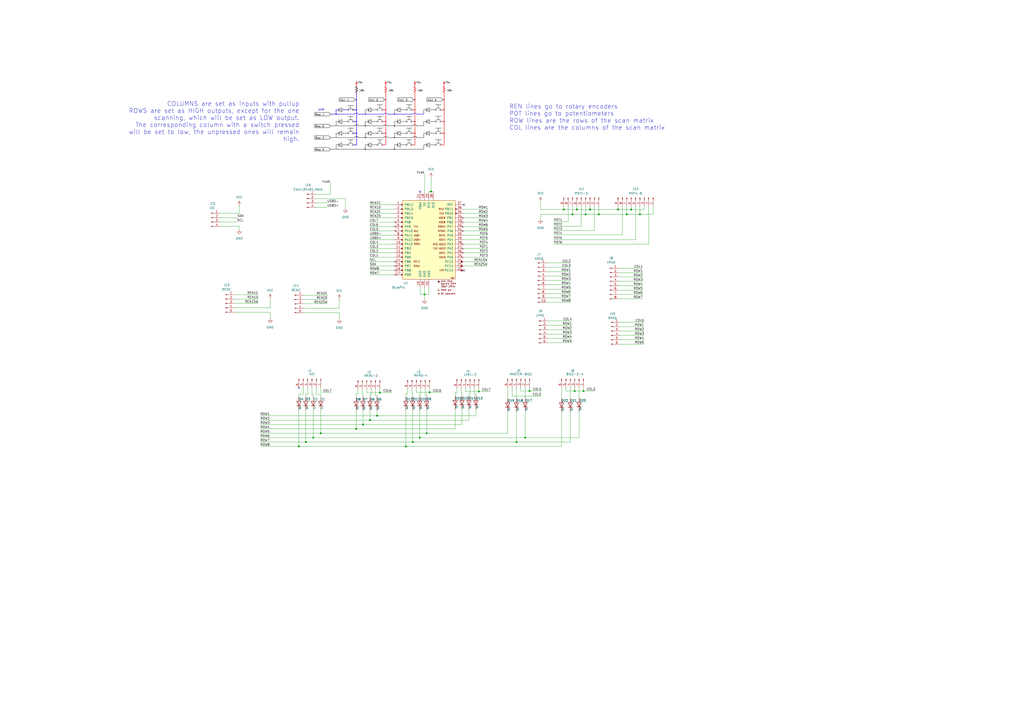
<source format=kicad_sch>
(kicad_sch (version 20211123) (generator eeschema)
  (paper "A2")
  (lib_symbols
    (symbol "Connector:Conn_01x04_Male" (pin_names (offset 1.016) hide)
      (property "Reference" "J" (at 0 5.08 0))
      (property "Value" "Conn_01x04_Male" (at 0 -7.62 0))
      (symbol "Conn_01x04_Male_1_1"
        (pin passive line (at 5.08 2.54 180) (length 3.81) (name "Pin_1") (number "1"))
        (pin passive line (at 5.08 0 180) (length 3.81) (name "Pin_2") (number "2"))
        (pin passive line (at 5.08 -2.54 180) (length 3.81) (name "Pin_3") (number "3"))
        (pin passive line (at 5.08 -5.08 180) (length 3.81) (name "Pin_4") (number "4"))
      )
    )
    (symbol "Connector:Conn_01x05_Male" (pin_names (offset 1.016) hide)
      (property "Reference" "J" (at 0 7.62 0))
      (property "Value" "Conn_01x05_Male" (at 0 -7.62 0))
      (symbol "Conn_01x05_Male_1_1"
        (pin passive line (at 5.08 5.08 180) (length 3.81) (name "Pin_1") (number "1"))
        (pin passive line (at 5.08 2.54 180) (length 3.81) (name "Pin_2") (number "2"))
        (pin passive line (at 5.08 0 180) (length 3.81) (name "Pin_3") (number "3"))
        (pin passive line (at 5.08 -2.54 180) (length 3.81) (name "Pin_4") (number "4"))
        (pin passive line (at 5.08 -5.08 180) (length 3.81) (name "Pin_5") (number "5"))
      )
    )
    (symbol "Connector:Conn_01x06_Male" (pin_names (offset 1.016) hide)
      (property "Reference" "J" (at 0 7.62 0))
      (property "Value" "Conn_01x06_Male" (at 0 -10.16 0))
      (symbol "Conn_01x06_Male_1_1"
        (pin passive line (at 5.08 5.08 180) (length 3.81) (name "Pin_1") (number "1"))
        (pin passive line (at 5.08 2.54 180) (length 3.81) (name "Pin_2") (number "2"))
        (pin passive line (at 5.08 0 180) (length 3.81) (name "Pin_3") (number "3"))
        (pin passive line (at 5.08 -2.54 180) (length 3.81) (name "Pin_4") (number "4"))
        (pin passive line (at 5.08 -5.08 180) (length 3.81) (name "Pin_5") (number "5"))
        (pin passive line (at 5.08 -7.62 180) (length 3.81) (name "Pin_6") (number "6"))
      )
    )
    (symbol "Connector:Conn_01x08_Male" (pin_names (offset 1.016) hide)
      (property "Reference" "J" (at 0 10.16 0))
      (property "Value" "Conn_01x08_Male" (at 0 -12.7 0))
      (symbol "Conn_01x08_Male_1_1"
        (pin passive line (at 5.08 7.62 180) (length 3.81) (name "Pin_1") (number "1"))
        (pin passive line (at 5.08 5.08 180) (length 3.81) (name "Pin_2") (number "2"))
        (pin passive line (at 5.08 2.54 180) (length 3.81) (name "Pin_3") (number "3"))
        (pin passive line (at 5.08 0 180) (length 3.81) (name "Pin_4") (number "4"))
        (pin passive line (at 5.08 -2.54 180) (length 3.81) (name "Pin_5") (number "5"))
        (pin passive line (at 5.08 -5.08 180) (length 3.81) (name "Pin_6") (number "6"))
        (pin passive line (at 5.08 -7.62 180) (length 3.81) (name "Pin_7") (number "7"))
        (pin passive line (at 5.08 -10.16 180) (length 3.81) (name "Pin_8") (number "8"))
      )
    )
    (symbol "Connector:Conn_01x09_Male" (pin_names (offset 1.016) hide)
      (property "Reference" "J" (at 0 12.7 0))
      (property "Value" "Conn_01x09_Male" (at 0 -12.7 0))
      (symbol "Conn_01x09_Male_1_1"
        (pin passive line (at 5.08 10.16 180) (length 3.81) (name "Pin_1") (number "1"))
        (pin passive line (at 5.08 7.62 180) (length 3.81) (name "Pin_2") (number "2"))
        (pin passive line (at 5.08 5.08 180) (length 3.81) (name "Pin_3") (number "3"))
        (pin passive line (at 5.08 2.54 180) (length 3.81) (name "Pin_4") (number "4"))
        (pin passive line (at 5.08 0 180) (length 3.81) (name "Pin_5") (number "5"))
        (pin passive line (at 5.08 -2.54 180) (length 3.81) (name "Pin_6") (number "6"))
        (pin passive line (at 5.08 -5.08 180) (length 3.81) (name "Pin_7") (number "7"))
        (pin passive line (at 5.08 -7.62 180) (length 3.81) (name "Pin_8") (number "8"))
        (pin passive line (at 5.08 -10.16 180) (length 3.81) (name "Pin_9") (number "9"))
      )
    )
    (symbol "Connector:Conn_01x10_Male" (pin_names (offset 1.016) hide)
      (property "Reference" "J" (at 0 12.7 0))
      (property "Value" "Conn_01x10_Male" (at 0 -15.24 0))
      (symbol "Conn_01x10_Male_1_1"
        (pin passive line (at 5.08 10.16 180) (length 3.81) (name "Pin_1") (number "1"))
        (pin passive line (at 5.08 -12.7 180) (length 3.81) (name "Pin_10") (number "10"))
        (pin passive line (at 5.08 7.62 180) (length 3.81) (name "Pin_2") (number "2"))
        (pin passive line (at 5.08 5.08 180) (length 3.81) (name "Pin_3") (number "3"))
        (pin passive line (at 5.08 2.54 180) (length 3.81) (name "Pin_4") (number "4"))
        (pin passive line (at 5.08 0 180) (length 3.81) (name "Pin_5") (number "5"))
        (pin passive line (at 5.08 -2.54 180) (length 3.81) (name "Pin_6") (number "6"))
        (pin passive line (at 5.08 -5.08 180) (length 3.81) (name "Pin_7") (number "7"))
        (pin passive line (at 5.08 -7.62 180) (length 3.81) (name "Pin_8") (number "8"))
        (pin passive line (at 5.08 -10.16 180) (length 3.81) (name "Pin_9") (number "9"))
      )
    )
    (symbol "Device:D" (pin_numbers hide) (pin_names (offset 1.016) hide)
      (property "Reference" "D" (at 0 2.54 0))
      (property "Value" "D" (at 0 -2.54 0))
      (symbol "D_1_1"
        (pin passive line (at -3.81 0 0) (length 2.54) (name "K") (number "1"))
        (pin passive line (at 3.81 0 180) (length 2.54) (name "A") (number "2"))
      )
    )
    (symbol "bluepill:YAAJ_BluePill" (pin_names (offset 1.016))
      (property "Reference" "U" (at -13.97 24.13 0))
      (property "Value" "YAAJ_BluePill" (at 0 6.35 90))
      (symbol "YAAJ_BluePill_0_0"
        (text "30pF 2MHz" (at 11.176 -27.051 0) (effects (font (size 0.9906 0.9906))))
        (text "5V tolerant" (at 11.176 -31.242 0) (effects (font (size 0.9906 0.9906))))
        (text "ADC0" (at 7.747 -10.16 0) (effects (font (size 0.9906 0.9906))))
        (text "ADC1" (at 7.747 -7.62 0) (effects (font (size 0.9906 0.9906))))
        (text "ADC2" (at 7.747 -5.08 0) (effects (font (size 0.9906 0.9906))))
        (text "ADC3" (at 7.747 -2.667 0) (effects (font (size 0.9906 0.9906))))
        (text "ADC4" (at 7.747 0 0) (effects (font (size 0.9906 0.9906))))
        (text "ADC8" (at 7.62 10.16 0) (effects (font (size 0.9906 0.9906))))
        (text "ADC9" (at 7.62 12.7 0) (effects (font (size 0.9906 0.9906))))
        (text "LED" (at 7.366 -17.653 0) (effects (font (size 0.9906 0.9906))))
        (text "MISO1" (at 7.493 5.08 0) (effects (font (size 0.9906 0.9906))))
        (text "MOSI1" (at 7.493 7.62 0) (effects (font (size 0.9906 0.9906))))
        (text "NSS1" (at -6.858 -2.413 0) (effects (font (size 0.9906 0.9906))))
        (text "PWM pin" (at 10.033 -29.21 0) (effects (font (size 0.9906 0.9906))))
        (text "RX1" (at -7.366 4.953 0) (effects (font (size 0.9906 0.9906))))
        (text "RX2" (at 3.81 -2.667 0) (effects (font (size 0.9906 0.9906))))
        (text "RX3" (at 7.112 17.78 0) (effects (font (size 0.9906 0.9906))))
        (text "SCK1" (at 7.747 2.54 0) (effects (font (size 0.9906 0.9906))))
        (text "SCL1" (at -6.985 -12.573 0) (effects (font (size 0.9906 0.9906))))
        (text "SDA1" (at -6.985 -15.24 0) (effects (font (size 0.9906 0.9906))))
        (text "sink 3mA" (at 10.287 -24.003 0) (effects (font (size 0.9906 0.9906))))
        (text "source 0mA" (at 11.303 -25.4 0) (effects (font (size 0.9906 0.9906))))
        (text "TX1" (at -7.493 7.62 0) (effects (font (size 0.9906 0.9906))))
        (text "TX2" (at 3.81 -5.08 0) (effects (font (size 0.9906 0.9906))))
        (text "TX3" (at 7.239 15.24 0) (effects (font (size 0.9906 0.9906))))
        (text "USB+" (at -6.731 0 0) (effects (font (size 0.9906 0.9906))))
        (text "USB-" (at -6.731 2.54 0) (effects (font (size 0.9906 0.9906))))
        (text "Y@@J" (at 13.6906 -22.1488 0) (effects (font (size 0.508 0.508))))
      )
      (symbol "YAAJ_BluePill_1_1"
        (pin bidirectional line (at -20.32 20.32 0) (length 5.08) (name "PB12") (number "1"))
        (pin bidirectional line (at -20.32 -2.54 0) (length 5.08) (name "PA15") (number "10"))
        (pin bidirectional line (at -20.32 -5.08 0) (length 5.08) (name "PB3") (number "11"))
        (pin bidirectional line (at -20.32 -7.62 0) (length 5.08) (name "PB4") (number "12"))
        (pin bidirectional line (at -20.32 -10.16 0) (length 5.08) (name "PB5") (number "13"))
        (pin bidirectional line (at -20.32 -12.7 0) (length 5.08) (name "PB6") (number "14"))
        (pin bidirectional line (at -20.32 -15.24 0) (length 5.08) (name "PB7") (number "15"))
        (pin bidirectional line (at -20.32 -17.78 0) (length 5.08) (name "PB8") (number "16"))
        (pin bidirectional line (at -20.32 -20.32 0) (length 5.08) (name "PB9") (number "17"))
        (pin power_in line (at -2.54 27.94 270) (length 5.08) (name "5V") (number "18"))
        (pin power_in line (at -5.08 -27.94 90) (length 5.08) (name "GND") (number "19"))
        (pin bidirectional line (at -20.32 17.78 0) (length 5.08) (name "PB13") (number "2"))
        (pin power_in line (at 0 27.94 270) (length 5.08) (name "3V3") (number "20"))
        (pin power_in line (at -5.08 27.94 270) (length 5.08) (name "VBat") (number "21"))
        (pin bidirectional line (at 20.32 -17.78 180) (length 5.08) (name "PC13") (number "22"))
        (pin bidirectional line (at 20.32 -15.24 180) (length 5.08) (name "PC14") (number "23"))
        (pin bidirectional line (at 20.32 -12.7 180) (length 5.08) (name "PC15") (number "24"))
        (pin bidirectional line (at 20.32 -10.16 180) (length 5.08) (name "PA0") (number "25"))
        (pin bidirectional line (at 20.32 -7.62 180) (length 5.08) (name "PA1") (number "26"))
        (pin bidirectional line (at 20.32 -5.08 180) (length 5.08) (name "PA2") (number "27"))
        (pin bidirectional line (at 20.32 -2.54 180) (length 5.08) (name "PA3") (number "28"))
        (pin bidirectional line (at 20.32 0 180) (length 5.08) (name "PA4") (number "29"))
        (pin bidirectional line (at -20.32 15.24 0) (length 5.08) (name "PB14") (number "3"))
        (pin bidirectional line (at 20.32 2.54 180) (length 5.08) (name "PA5") (number "30"))
        (pin bidirectional line (at 20.32 5.08 180) (length 5.08) (name "PA6") (number "31"))
        (pin bidirectional line (at 20.32 7.62 180) (length 5.08) (name "PA7") (number "32"))
        (pin bidirectional line (at 20.32 10.16 180) (length 5.08) (name "PB0") (number "33"))
        (pin bidirectional line (at 20.32 12.7 180) (length 5.08) (name "PB1") (number "34"))
        (pin bidirectional line (at 20.32 15.24 180) (length 5.08) (name "PB10") (number "35"))
        (pin bidirectional line (at 20.32 17.78 180) (length 5.08) (name "PB11") (number "36"))
        (pin input line (at 20.32 20.32 180) (length 5.08) (name "RST") (number "37"))
        (pin power_in line (at 2.54 27.94 270) (length 5.08) (name "3V3") (number "38"))
        (pin power_in line (at -2.54 -27.94 90) (length 5.08) (name "GND") (number "39"))
        (pin bidirectional line (at -20.32 12.7 0) (length 5.08) (name "PB15") (number "4"))
        (pin power_in line (at 0 -27.94 90) (length 5.08) (name "GND") (number "40"))
        (pin bidirectional line (at -20.32 10.16 0) (length 5.08) (name "PA8") (number "5"))
        (pin bidirectional line (at -20.32 7.62 0) (length 5.08) (name "PA9") (number "6"))
        (pin bidirectional line (at -20.32 5.08 0) (length 5.08) (name "PA10") (number "7"))
        (pin bidirectional line (at -20.32 2.54 0) (length 5.08) (name "PA11") (number "8"))
        (pin bidirectional line (at -20.32 0 0) (length 5.08) (name "PA12") (number "9"))
      )
    )
    (symbol "power:GND" (power) (pin_names (offset 0))
      (property "Value" "GND" (at 0 -3.81 0))
      (symbol "GND_1_1"
        (pin power_in line (at 0 0 270) (length 0) hide (name "GND") (number "1"))
      )
    )
    (symbol "power:VCC" (power) (pin_names (offset 0))
      (property "Value" "VCC" (at 0 3.81 0))
      (symbol "VCC_1_1"
        (pin power_in line (at 0 0 90) (length 0) hide (name "VCC") (number "1"))
      )
    )
  )
  (junction (at 332.105 124.333))
  (junction (at 342.265 121.539))
  (junction (at 250.063 111.125))
  (junction (at 247.523 251.333))
  (junction (at 173.355 258.953))
  (junction (at 334.645 121.539))
  (junction (at 358.521 121.539))
  (junction (at 239.395 256.413))
  (junction (at 338.455 226.822))
  (junction (at 363.601 124.333))
  (junction (at 333.375 226.822))
  (junction (at 206.629 248.793))
  (junction (at 186.055 251.333))
  (junction (at 210.566 246.253))
  (junction (at 243.459 253.873))
  (junction (at 181.737 253.873))
  (junction (at 246.253 170.815))
  (junction (at 304.673 253.873))
  (junction (at 366.141 121.539))
  (junction (at 299.593 256.413))
  (junction (at 249.174 227.584))
  (junction (at 347.345 124.333))
  (junction (at 307.213 226.822))
  (junction (at 371.221 124.333))
  (junction (at 339.725 124.333))
  (junction (at 235.458 258.953))
  (junction (at 177.419 256.413))
  (junction (at 277.749 227.076))
  (junction (at 327.025 121.539))
  (junction (at 218.694 241.173))
  (junction (at 220.345 227.711))
  (junction (at 214.63 243.713))
  (no_connect (at 269.113 156.845))
  (no_connect (at 269.113 118.745))
  (no_connect (at 243.713 111.125))
  (no_connect (at 173.355 224.917))
  (wire (pts (xy 297.053 224.917) (xy 297.053 229.743)))
  (wire (pts (xy 215.265 229.108) (xy 214.63 229.108)))
  (wire (pts (xy 332.105 119.761) (xy 332.105 124.333)))
  (wire (pts (xy 127.635 128.778) (xy 137.541 128.778)))
  (wire (pts (xy 176.022 171.196) (xy 189.992 171.196)))
  (wire (pts (xy 294.513 251.333) (xy 247.523 251.333)))
  (wire (pts (xy 151.003 256.413) (xy 177.419 256.413)))
  (wire (pts (xy 235.458 237.871) (xy 235.458 258.953)))
  (wire (pts (xy 371.221 124.333) (xy 378.841 124.333)))
  (wire (pts (xy 335.915 238.506) (xy 335.915 253.873)))
  (wire (pts (xy 332.105 124.333) (xy 339.725 124.333)))
  (wire (pts (xy 214.63 229.108) (xy 214.63 230.378)))
  (wire (pts (xy 275.209 228.727) (xy 276.098 228.727)))
  (wire (pts (xy 250.063 111.125) (xy 251.333 111.125)))
  (wire (pts (xy 358.902 168.275) (xy 372.872 168.275)))
  (wire (pts (xy 373.761 121.539) (xy 366.141 121.539)))
  (wire (pts (xy 214.503 151.765) (xy 228.473 151.765)))
  (wire (pts (xy 267.97 237.363) (xy 267.97 246.253)))
  (wire (pts (xy 210.566 228.473) (xy 210.566 230.378)))
  (wire (pts (xy 246.634 225.679) (xy 246.634 229.235)))
  (wire (pts (xy 151.003 243.713) (xy 214.63 243.713)))
  (wire (pts (xy 361.061 136.271) (xy 321.183 136.271)))
  (wire (pts (xy 299.593 238.76) (xy 299.593 256.413)))
  (wire (pts (xy 342.265 119.761) (xy 342.265 121.539)))
  (wire (pts (xy 239.014 225.679) (xy 239.014 228.346)))
  (wire (pts (xy 317.119 175.387) (xy 331.089 175.387)))
  (wire (pts (xy 269.113 123.825) (xy 283.083 123.825)))
  (wire (pts (xy 325.755 258.953) (xy 235.458 258.953)))
  (wire (pts (xy 239.395 256.413) (xy 299.593 256.413)))
  (wire (pts (xy 304.673 253.873) (xy 335.915 253.873)))
  (wire (pts (xy 358.521 119.761) (xy 358.521 121.539)))
  (wire (pts (xy 180.975 224.917) (xy 180.975 228.854)))
  (wire (pts (xy 243.713 170.815) (xy 243.713 167.005)))
  (wire (pts (xy 151.003 246.253) (xy 210.566 246.253)))
  (wire (pts (xy 368.681 139.065) (xy 321.183 139.065)))
  (wire (pts (xy 358.902 160.655) (xy 372.872 160.655)))
  (wire (pts (xy 210.566 246.253) (xy 267.97 246.253)))
  (wire (pts (xy 178.435 224.917) (xy 178.435 228.727)))
  (wire (pts (xy 206.629 248.793) (xy 264.033 248.793)))
  (wire (pts (xy 175.895 224.917) (xy 175.895 228.727)))
  (wire (pts (xy 151.003 251.333) (xy 186.055 251.333)))
  (wire (pts (xy 347.345 119.761) (xy 347.345 124.333)))
  (wire (pts (xy 183.134 120.269) (xy 189.738 120.269)))
  (wire (pts (xy 156.718 181.102) (xy 156.718 184.785)))
  (wire (pts (xy 317.754 193.802) (xy 331.724 193.802)))
  (wire (pts (xy 247.523 237.871) (xy 247.523 251.333)))
  (wire (pts (xy 210.566 237.998) (xy 210.566 246.253)))
  (wire (pts (xy 333.375 226.822) (xy 328.295 226.822)))
  (wire (pts (xy 214.503 156.845) (xy 228.473 156.845)))
  (wire (pts (xy 277.749 225.171) (xy 277.749 227.076)))
  (wire (pts (xy 235.458 228.346) (xy 235.458 230.251)))
  (wire (pts (xy 269.113 136.525) (xy 283.083 136.525)))
  (wire (pts (xy 214.503 126.365) (xy 228.473 126.365)))
  (wire (pts (xy 344.805 119.761) (xy 344.805 133.731)))
  (wire (pts (xy 250.063 111.125) (xy 250.063 102.997)))
  (wire (pts (xy 339.725 119.761) (xy 339.725 124.333)))
  (wire (pts (xy 272.034 228.473) (xy 272.034 229.743)))
  (wire (pts (xy 176.022 173.736) (xy 189.992 173.736)))
  (wire (pts (xy 327.025 121.539) (xy 313.563 121.539)))
  (wire (pts (xy 275.209 225.171) (xy 275.209 228.727)))
  (wire (pts (xy 269.113 144.145) (xy 283.083 144.145)))
  (wire (pts (xy 276.098 228.727) (xy 276.098 229.743)))
  (wire (pts (xy 135.89 176.022) (xy 149.86 176.022)))
  (wire (pts (xy 196.85 181.356) (xy 196.85 185.039)))
  (wire (pts (xy 368.681 119.761) (xy 368.681 139.065)))
  (wire (pts (xy 339.725 124.333) (xy 347.345 124.333)))
  (wire (pts (xy 344.805 133.731) (xy 321.183 133.731)))
  (wire (pts (xy 151.003 241.173) (xy 218.694 241.173)))
  (wire (pts (xy 214.503 149.225) (xy 228.473 149.225)))
  (wire (pts (xy 244.094 225.679) (xy 244.094 228.981)))
  (wire (pts (xy 267.97 227.838) (xy 267.97 229.743)))
  (wire (pts (xy 207.645 228.473) (xy 206.629 228.473)))
  (wire (pts (xy 294.513 224.917) (xy 294.513 231.14)))
  (wire (pts (xy 313.563 121.539) (xy 313.563 116.967)))
  (wire (pts (xy 196.85 178.816) (xy 196.85 173.482)))
  (wire (pts (xy 236.474 228.346) (xy 235.458 228.346)))
  (wire (pts (xy 269.113 154.305) (xy 282.829 154.305)))
  (wire (pts (xy 314.071 226.822) (xy 307.213 226.822)))
  (wire (pts (xy 183.515 228.854) (xy 186.055 228.854)))
  (wire (pts (xy 214.503 128.905) (xy 228.473 128.905)))
  (wire (pts (xy 241.554 227.584) (xy 241.554 225.679)))
  (wire (pts (xy 214.503 136.525) (xy 228.473 136.525)))
  (wire (pts (xy 269.113 121.285) (xy 283.083 121.285)))
  (wire (pts (xy 177.419 237.871) (xy 177.419 256.413)))
  (wire (pts (xy 269.113 146.685) (xy 283.083 146.685)))
  (wire (pts (xy 186.055 227.711) (xy 192.405 227.711)))
  (wire (pts (xy 135.89 173.482) (xy 149.86 173.482)))
  (wire (pts (xy 361.061 119.761) (xy 361.061 136.271)))
  (wire (pts (xy 317.119 165.227) (xy 331.089 165.227)))
  (wire (pts (xy 183.134 115.189) (xy 200.406 115.189)))
  (wire (pts (xy 177.419 256.413) (xy 239.395 256.413)))
  (wire (pts (xy 215.265 225.806) (xy 215.265 229.108)))
  (wire (pts (xy 218.694 229.362) (xy 218.694 230.378)))
  (wire (pts (xy 376.301 119.761) (xy 376.301 141.605)))
  (wire (pts (xy 317.119 157.607) (xy 331.089 157.607)))
  (wire (pts (xy 218.694 241.173) (xy 276.098 241.173)))
  (wire (pts (xy 317.119 155.067) (xy 331.089 155.067)))
  (wire (pts (xy 359.664 189.484) (xy 373.634 189.484)))
  (wire (pts (xy 181.737 237.871) (xy 181.737 253.873)))
  (wire (pts (xy 269.113 141.605) (xy 283.083 141.605)))
  (wire (pts (xy 358.902 155.575) (xy 372.872 155.575)))
  (wire (pts (xy 302.133 226.822) (xy 307.213 226.822)))
  (wire (pts (xy 302.133 224.917) (xy 302.133 226.822)))
  (wire (pts (xy 264.033 227.838) (xy 264.033 229.743)))
  (wire (pts (xy 373.761 119.761) (xy 373.761 121.539)))
  (wire (pts (xy 337.185 119.761) (xy 337.185 131.191)))
  (wire (pts (xy 299.593 256.413) (xy 330.835 256.413)))
  (wire (pts (xy 214.503 144.145) (xy 228.473 144.145)))
  (wire (pts (xy 214.503 146.685) (xy 228.473 146.685)))
  (wire (pts (xy 284.607 227.076) (xy 277.749 227.076)))
  (wire (pts (xy 210.185 228.473) (xy 210.566 228.473)))
  (wire (pts (xy 359.664 197.104) (xy 373.634 197.104)))
  (wire (pts (xy 297.053 229.743) (xy 313.944 229.743)))
  (wire (pts (xy 214.503 159.385) (xy 228.473 159.385)))
  (wire (pts (xy 246.253 111.125) (xy 246.253 100.965)))
  (wire (pts (xy 269.113 133.985) (xy 283.083 133.985)))
  (wire (pts (xy 243.459 228.981) (xy 243.459 230.251)))
  (wire (pts (xy 338.455 224.917) (xy 338.455 226.822)))
  (wire (pts (xy 212.725 227.711) (xy 212.725 225.806)))
  (wire (pts (xy 246.253 170.815) (xy 248.793 170.815)))
  (wire (pts (xy 358.902 163.195) (xy 372.872 163.195)))
  (wire (pts (xy 206.629 237.998) (xy 206.629 248.793)))
  (wire (pts (xy 183.134 112.649) (xy 191.516 112.649)))
  (wire (pts (xy 269.113 128.905) (xy 283.083 128.905)))
  (wire (pts (xy 272.669 228.473) (xy 272.034 228.473)))
  (wire (pts (xy 214.503 123.825) (xy 228.473 123.825)))
  (wire (pts (xy 173.355 228.727) (xy 173.355 230.251)))
  (wire (pts (xy 269.113 149.225) (xy 283.083 149.225)))
  (wire (pts (xy 270.129 227.076) (xy 270.129 225.171)))
  (wire (pts (xy 243.459 253.873) (xy 304.673 253.873)))
  (wire (pts (xy 246.634 229.235) (xy 247.523 229.235)))
  (wire (pts (xy 239.395 228.346) (xy 239.395 230.251)))
  (wire (pts (xy 186.055 251.333) (xy 247.523 251.333)))
  (wire (pts (xy 358.521 121.539) (xy 342.265 121.539)))
  (wire (pts (xy 366.141 121.539) (xy 358.521 121.539)))
  (wire (pts (xy 272.669 225.171) (xy 272.669 228.473)))
  (wire (pts (xy 214.503 121.285) (xy 228.473 121.285)))
  (wire (pts (xy 248.793 170.815) (xy 248.793 167.005)))
  (wire (pts (xy 313.563 124.333) (xy 313.563 127.127)))
  (wire (pts (xy 330.835 224.917) (xy 330.835 231.14)))
  (wire (pts (xy 277.749 227.076) (xy 270.129 227.076)))
  (wire (pts (xy 173.355 237.871) (xy 173.355 258.953)))
  (wire (pts (xy 299.593 224.917) (xy 299.593 231.14)))
  (wire (pts (xy 359.664 186.944) (xy 373.634 186.944)))
  (wire (pts (xy 246.253 173.609) (xy 246.253 170.815)))
  (wire (pts (xy 317.119 152.527) (xy 331.089 152.527)))
  (wire (pts (xy 269.113 131.445) (xy 283.083 131.445)))
  (wire (pts (xy 138.811 131.318) (xy 138.811 133.223)))
  (wire (pts (xy 220.345 225.806) (xy 220.345 227.711)))
  (wire (pts (xy 207.645 225.806) (xy 207.645 228.473)))
  (wire (pts (xy 313.563 124.333) (xy 332.105 124.333)))
  (wire (pts (xy 317.754 196.342) (xy 331.724 196.342)))
  (wire (pts (xy 200.406 115.189) (xy 200.406 120.904)))
  (wire (pts (xy 247.523 229.235) (xy 247.523 230.251)))
  (wire (pts (xy 330.835 256.413) (xy 330.835 238.76)))
  (wire (pts (xy 214.503 118.745) (xy 228.473 118.745)))
  (wire (pts (xy 214.503 154.305) (xy 228.473 154.305)))
  (wire (pts (xy 265.049 225.171) (xy 265.049 227.838)))
  (wire (pts (xy 180.975 228.854) (xy 181.737 228.854)))
  (wire (pts (xy 127.635 126.238) (xy 137.668 126.238)))
  (wire (pts (xy 334.645 121.539) (xy 327.025 121.539)))
  (wire (pts (xy 317.754 188.722) (xy 331.724 188.722)))
  (wire (pts (xy 239.395 237.871) (xy 239.395 256.413)))
  (wire (pts (xy 214.503 133.985) (xy 228.473 133.985)))
  (wire (pts (xy 358.902 158.115) (xy 372.872 158.115)))
  (wire (pts (xy 186.055 228.854) (xy 186.055 230.251)))
  (wire (pts (xy 246.253 170.815) (xy 243.713 170.815)))
  (wire (pts (xy 246.253 167.005) (xy 246.253 170.815)))
  (wire (pts (xy 239.014 228.346) (xy 239.395 228.346)))
  (wire (pts (xy 177.419 228.727) (xy 177.419 230.251)))
  (wire (pts (xy 347.345 124.333) (xy 363.601 124.333)))
  (wire (pts (xy 329.565 128.651) (xy 321.183 128.651)))
  (wire (pts (xy 214.63 243.713) (xy 272.034 243.713)))
  (wire (pts (xy 335.915 224.917) (xy 335.915 230.886)))
  (wire (pts (xy 269.113 151.765) (xy 282.829 151.765)))
  (wire (pts (xy 325.755 224.917) (xy 325.755 231.14)))
  (wire (pts (xy 269.113 126.365) (xy 283.083 126.365)))
  (wire (pts (xy 325.755 238.76) (xy 325.755 258.953)))
  (wire (pts (xy 272.034 237.363) (xy 272.034 243.713)))
  (wire (pts (xy 359.664 199.644) (xy 373.634 199.644)))
  (wire (pts (xy 173.355 258.953) (xy 235.458 258.953)))
  (wire (pts (xy 227.203 227.711) (xy 220.345 227.711)))
  (wire (pts (xy 248.793 111.125) (xy 250.063 111.125)))
  (wire (pts (xy 342.265 121.539) (xy 334.645 121.539)))
  (wire (pts (xy 371.221 119.761) (xy 371.221 124.333)))
  (wire (pts (xy 135.89 181.102) (xy 156.718 181.102)))
  (wire (pts (xy 358.902 173.355) (xy 372.872 173.355)))
  (wire (pts (xy 267.589 225.171) (xy 267.589 227.838)))
  (wire (pts (xy 243.459 237.871) (xy 243.459 253.873)))
  (wire (pts (xy 151.003 258.953) (xy 173.355 258.953)))
  (wire (pts (xy 333.375 224.917) (xy 333.375 226.822)))
  (wire (pts (xy 359.664 192.024) (xy 373.634 192.024)))
  (wire (pts (xy 214.503 139.065) (xy 228.473 139.065)))
  (wire (pts (xy 363.601 124.333) (xy 371.221 124.333)))
  (wire (pts (xy 220.345 227.711) (xy 212.725 227.711)))
  (wire (pts (xy 249.174 227.584) (xy 241.554 227.584)))
  (wire (pts (xy 206.629 228.473) (xy 206.629 230.378)))
  (wire (pts (xy 127.635 131.318) (xy 138.811 131.318)))
  (wire (pts (xy 294.513 238.76) (xy 294.513 251.333)))
  (wire (pts (xy 265.049 227.838) (xy 264.033 227.838)))
  (wire (pts (xy 327.025 119.761) (xy 327.025 121.539)))
  (wire (pts (xy 151.003 248.793) (xy 206.629 248.793)))
  (wire (pts (xy 317.119 172.847) (xy 331.089 172.847)))
  (wire (pts (xy 176.022 181.356) (xy 196.85 181.356)))
  (wire (pts (xy 334.645 119.761) (xy 334.645 121.539)))
  (wire (pts (xy 127.635 123.698) (xy 138.811 123.698)))
  (wire (pts (xy 317.119 160.147) (xy 331.089 160.147)))
  (wire (pts (xy 363.601 119.761) (xy 363.601 124.333)))
  (wire (pts (xy 214.503 141.605) (xy 228.473 141.605)))
  (wire (pts (xy 317.754 191.262) (xy 331.724 191.262)))
  (wire (pts (xy 249.174 225.679) (xy 249.174 227.584)))
  (wire (pts (xy 217.805 229.362) (xy 218.694 229.362)))
  (wire (pts (xy 317.119 162.687) (xy 331.089 162.687)))
  (wire (pts (xy 151.003 253.873) (xy 181.737 253.873)))
  (wire (pts (xy 317.754 198.882) (xy 331.724 198.882)))
  (wire (pts (xy 264.033 237.363) (xy 264.033 248.793)))
  (wire (pts (xy 176.022 178.816) (xy 196.85 178.816)))
  (wire (pts (xy 376.301 141.605) (xy 321.183 141.605)))
  (wire (pts (xy 329.565 119.761) (xy 329.565 128.651)))
  (wire (pts (xy 345.313 226.822) (xy 338.455 226.822)))
  (wire (pts (xy 337.185 131.191) (xy 321.183 131.191)))
  (wire (pts (xy 183.134 117.729) (xy 189.738 117.729)))
  (wire (pts (xy 135.89 178.562) (xy 156.718 178.562)))
  (wire (pts (xy 359.664 194.564) (xy 373.634 194.564)))
  (wire (pts (xy 358.902 165.735) (xy 372.872 165.735)))
  (wire (pts (xy 328.295 226.822) (xy 328.295 224.917)))
  (wire (pts (xy 214.503 131.445) (xy 228.473 131.445)))
  (wire (pts (xy 304.673 238.506) (xy 304.673 253.873)))
  (wire (pts (xy 186.055 237.871) (xy 186.055 251.333)))
  (wire (pts (xy 183.515 224.917) (xy 183.515 228.854)))
  (wire (pts (xy 358.902 170.815) (xy 372.872 170.815)))
  (wire (pts (xy 186.055 224.917) (xy 186.055 227.711)))
  (wire (pts (xy 366.141 119.761) (xy 366.141 121.539)))
  (wire (pts (xy 214.63 237.998) (xy 214.63 243.713)))
  (wire (pts (xy 218.694 237.998) (xy 218.694 241.173)))
  (wire (pts (xy 181.737 253.873) (xy 243.459 253.873)))
  (wire (pts (xy 175.895 228.727) (xy 173.355 228.727)))
  (wire (pts (xy 378.841 124.333) (xy 378.841 119.761)))
  (wire (pts (xy 304.673 224.917) (xy 304.673 230.886)))
  (wire (pts (xy 156.718 178.562) (xy 156.718 173.228)))
  (wire (pts (xy 178.435 228.727) (xy 177.419 228.727)))
  (wire (pts (xy 333.375 226.822) (xy 338.455 226.822)))
  (wire (pts (xy 244.094 228.981) (xy 243.459 228.981)))
  (wire (pts (xy 267.589 227.838) (xy 267.97 227.838)))
  (wire (pts (xy 176.022 176.276) (xy 189.992 176.276)))
  (wire (pts (xy 217.805 225.806) (xy 217.805 229.362)))
  (wire (pts (xy 317.754 186.182) (xy 331.724 186.182)))
  (wire (pts (xy 236.474 225.679) (xy 236.474 228.346)))
  (wire (pts (xy 317.119 170.307) (xy 331.089 170.307)))
  (wire (pts (xy 210.185 225.806) (xy 210.185 228.473)))
  (wire (pts (xy 256.032 227.584) (xy 249.174 227.584)))
  (wire (pts (xy 317.119 167.767) (xy 331.089 167.767)))
  (wire (pts (xy 191.516 112.649) (xy 191.516 106.299)))
  (wire (pts (xy 138.811 123.698) (xy 138.811 119.253)))
  (wire (pts (xy 181.737 228.854) (xy 181.737 230.251)))
  (wire (pts (xy 307.213 224.917) (xy 307.213 226.822)))
  (wire (pts (xy 269.113 139.065) (xy 283.083 139.065)))
  (wire (pts (xy 276.098 237.363) (xy 276.098 241.173)))
  (wire (pts (xy 135.89 170.942) (xy 149.86 170.942)))
  (image (at 221.996 66.548))
  (text "REN lines go to rotary encoders\nPOT lines go to potentiometers\nROW lines are the rows of the scan matrix\nCOL lines are the columns of the scan matrix" (at 295.402 75.692 0) (effects (font (size 2.54 2.54)) (justify left bottom)))
  (text "COLUMNS are set as inputs with pullup\nROWS are set as HIGH outputs, except for the one\nscanning, which will be set as LOW output.\nThe corresponding column with a switch pressed\nwill be set to low, the unpressed ones will remain\nhigh." (at 173.736 82.296 0) (effects (font (size 2.54 2.54)) (justify right bottom)))
  (label "ROW8" (at 331.089 175.387 180))
  (label "POT2" (at 321.183 131.191 0))
  (label "ROW4" (at 283.083 128.905 180))
  (label "ROW2" (at 372.872 160.655 180))
  (label "ROW4" (at 372.872 165.735 180))
  (label "ROW3" (at 373.634 194.564 180))
  (label "ROW1" (at 331.724 188.722 180))
  (label "COL5" (at 314.071 226.822 180))
  (label "USBD-" (at 214.503 136.525 0))
  (label "ROW4" (at 331.724 196.342 180))
  (label "POT5" (at 321.183 139.065 0))
  (label "Vusb" (at 191.516 106.299 180))
  (label "COL5" (at 214.503 133.985 0))
  (label "ROW4" (at 331.089 165.227 180))
  (label "REN1SW" (at 282.829 151.765 180))
  (label "COL4" (at 331.724 186.182 180))
  (label "REN2SW" (at 282.829 154.305 180))
  (label "SDA" (at 137.668 126.238 0))
  (label "ROW5" (at 331.724 198.882 180))
  (label "ROW6" (at 151.003 253.873 0))
  (label "ROW1" (at 372.872 158.115 180))
  (label "POT2" (at 283.083 146.685 180))
  (label "ROW3" (at 372.872 163.195 180))
  (label "ROW7" (at 331.089 172.847 180))
  (label "POT6" (at 283.083 136.525 180))
  (label "COL3" (at 345.313 226.822 180))
  (label "ROW1" (at 151.003 241.173 0))
  (label "POT4" (at 321.183 136.271 0))
  (label "ROW2" (at 373.634 192.024 180))
  (label "COL7" (at 214.503 128.905 0))
  (label "ROW5" (at 372.872 168.275 180))
  (label "REN2C" (at 189.992 171.196 180))
  (label "USBD+" (at 214.503 139.065 0))
  (label "REN2D" (at 189.992 173.736 180))
  (label "REN2SW" (at 189.992 176.276 180))
  (label "COL2" (at 214.503 146.685 0))
  (label "COL7" (at 284.607 227.076 180))
  (label "REN1SW" (at 149.86 176.022 180))
  (label "SCL" (at 137.541 128.778 0))
  (label "ROW5" (at 283.083 133.985 180))
  (label "POT5" (at 283.083 139.065 180))
  (label "ROW7" (at 151.003 256.413 0))
  (label "ROW6" (at 283.083 131.445 180))
  (label "POT3" (at 283.083 149.225 180))
  (label "ROW6" (at 372.872 170.815 180))
  (label "SCL" (at 214.503 151.765 0))
  (label "COL7" (at 192.405 227.711 180))
  (label "ROW2" (at 283.083 123.825 180))
  (label "ROW4" (at 151.003 248.793 0))
  (label "ROW3" (at 331.089 162.687 180))
  (label "ROW1" (at 283.083 121.285 180))
  (label "POT6" (at 321.183 141.605 0))
  (label "ROW2" (at 151.003 243.713 0))
  (label "COL3" (at 214.503 144.145 0))
  (label "COL6" (at 256.032 227.584 180))
  (label "COL5" (at 373.634 186.944 180))
  (label "COL4" (at 214.503 141.605 0))
  (label "POT1" (at 321.183 128.651 0))
  (label "ROW8" (at 151.003 258.953 0))
  (label "ROW3" (at 331.724 193.802 180))
  (label "SDA" (at 214.503 154.305 0))
  (label "REN2D" (at 214.503 126.365 0))
  (label "ROW5" (at 331.089 167.767 180))
  (label "REN1D" (at 149.86 173.482 180))
  (label "COL1" (at 214.503 149.225 0))
  (label "USBD+" (at 189.738 120.269 0))
  (label "REN2C" (at 214.503 123.825 0))
  (label "REN1D" (at 214.503 121.285 0))
  (label "COL2" (at 331.089 152.527 180))
  (label "ROW5" (at 373.634 199.644 180))
  (label "REN1C" (at 149.86 170.942 180))
  (label "USBD-" (at 189.738 117.729 0))
  (label "ROW6" (at 331.089 170.307 180))
  (label "ROW1" (at 373.634 189.484 180))
  (label "COL6" (at 227.203 227.711 180))
  (label "ROW7" (at 372.872 173.355 180))
  (label "COL6" (at 214.503 131.445 0))
  (label "REN1C" (at 214.503 118.745 0))
  (label "ROW2" (at 331.089 160.147 180))
  (label "ROW3" (at 283.083 126.365 180))
  (label "COL3" (at 313.944 229.743 180))
  (label "ROW8" (at 214.503 156.845 0))
  (label "Vusb" (at 246.253 100.965 180))
  (label "POT1" (at 283.083 144.145 180))
  (label "ROW5" (at 151.003 251.333 0))
  (label "ROW7" (at 214.503 159.385 0))
  (label "ROW2" (at 331.724 191.262 180))
  (label "COL3" (at 331.089 155.067 180))
  (label "POT4" (at 283.083 141.605 180))
  (label "ROW1" (at 331.089 157.607 180))
  (label "POT3" (at 321.183 133.731 0))
  (label "ROW4" (at 373.634 197.104 180))
  (label "COL1" (at 372.872 155.575 180))
  (label "ROW3" (at 151.003 246.253 0))
  (symbol (lib_id "Device:D") (at 186.055 234.061 90) (unit 1)
    (property "Reference" "D1" (at 186.055 231.521 90) (effects (justify right)))
    (property "Value" "D" (at 186.055 236.601 90) (effects (justify right)))
    (property "Footprint" "Diode_SMD:D_SOD-123" (effects hide))
  )
  (symbol (lib_id "Device:D") (at 181.737 234.061 90) (unit 1)
    (property "Reference" "D2" (at 181.737 231.521 90) (effects (justify right)))
    (property "Value" "D" (at 181.737 236.601 90) (effects (justify right)))
    (property "Footprint" "Diode_SMD:D_SOD-123" (effects hide))
  )
  (symbol (lib_id "Device:D") (at 177.419 234.061 90) (unit 1)
    (property "Reference" "D3" (at 177.419 231.521 90) (effects (justify right)))
    (property "Value" "D" (at 177.419 236.601 90) (effects (justify right)))
    (property "Footprint" "Diode_SMD:D_SOD-123" (effects hide))
  )
  (symbol (lib_id "Device:D") (at 173.355 234.061 90) (unit 1)
    (property "Reference" "D4" (at 173.355 231.521 90) (effects (justify right)))
    (property "Value" "D" (at 173.355 236.601 90) (effects (justify right)))
    (property "Footprint" "Diode_SMD:D_SOD-123" (effects hide))
  )
  (symbol (lib_id "Device:D") (at 218.694 234.188 90) (unit 1)
    (property "Reference" "D5" (at 218.694 231.648 90) (effects (justify right)))
    (property "Value" "D" (at 218.694 236.728 90) (effects (justify right)))
    (property "Footprint" "Diode_SMD:D_SOD-123" (effects hide))
  )
  (symbol (lib_id "Device:D") (at 214.63 234.188 90) (unit 1)
    (property "Reference" "D6" (at 214.63 231.648 90) (effects (justify right)))
    (property "Value" "D" (at 214.63 236.728 90) (effects (justify right)))
    (property "Footprint" "Diode_SMD:D_SOD-123" (effects hide))
  )
  (symbol (lib_id "Device:D") (at 210.566 234.188 90) (unit 1)
    (property "Reference" "D7" (at 210.566 231.648 90) (effects (justify right)))
    (property "Value" "D" (at 210.566 236.728 90) (effects (justify right)))
    (property "Footprint" "Diode_SMD:D_SOD-123" (effects hide))
  )
  (symbol (lib_id "Device:D") (at 206.629 234.188 90) (unit 1)
    (property "Reference" "D8" (at 206.629 231.648 90) (effects (justify right)))
    (property "Value" "D" (at 206.629 236.728 90) (effects (justify right)))
    (property "Footprint" "Diode_SMD:D_SOD-123" (effects hide))
  )
  (symbol (lib_id "power:VCC") (at 250.063 102.997 0) (unit 1)
    (property "Reference" "#PWR0108" (effects hide))
    (property "Value" "VCC" (at 250.063 98.171 0))
  )
  (symbol (lib_id "Device:D") (at 294.513 234.95 90) (unit 1)
    (property "Reference" "D19" (at 294.513 232.41 90) (effects (justify right)))
    (property "Value" "D" (at 294.513 237.49 90) (effects (justify right)))
    (property "Footprint" "Diode_SMD:D_SOD-123" (effects hide))
  )
  (symbol (lib_id "Connector:Conn_01x05_Male") (at 130.81 176.022 0) (unit 1)
    (property "Reference" "J13" (at 131.445 165.354 0))
    (property "Value" "REN1" (at 131.445 167.894 0))
    (property "Footprint" "Connector_PinHeader_2.54mm:PinHeader_1x05_P2.54mm_Vertical" (effects hide))
  )
  (symbol (lib_id "Device:D") (at 276.098 233.553 90) (unit 1)
    (property "Reference" "D13" (at 276.098 231.013 90) (effects (justify right)))
    (property "Value" "D" (at 276.098 236.093 90) (effects (justify right)))
    (property "Footprint" "Diode_SMD:D_SOD-123" (effects hide))
  )
  (symbol (lib_id "Connector:Conn_01x06_Male") (at 302.133 219.837 270) (unit 1)
    (property "Reference" "J5" (at 300.863 215.011 90))
    (property "Value" "MASTER-BIG1" (at 302.133 217.043 90))
    (property "Footprint" "Connector_PinHeader_2.54mm:PinHeader_1x06_P2.54mm_Vertical" (effects hide))
  )
  (symbol (lib_id "Device:D") (at 264.033 233.553 90) (unit 1)
    (property "Reference" "D16" (at 264.033 231.013 90) (effects (justify right)))
    (property "Value" "D" (at 264.033 236.093 90) (effects (justify right)))
    (property "Footprint" "Diode_SMD:D_SOD-123" (effects hide))
  )
  (symbol (lib_id "Connector:Conn_01x09_Male") (at 337.185 114.681 270) (unit 1)
    (property "Reference" "J11" (at 337.185 109.601 90))
    (property "Value" "POT1-3" (at 337.185 112.141 90))
    (property "Footprint" "Connector_PinHeader_2.54mm:PinHeader_1x09_P2.54mm_Vertical" (effects hide))
  )
  (symbol (lib_id "Device:D") (at 247.523 234.061 90) (unit 1)
    (property "Reference" "D9" (at 247.523 231.521 90) (effects (justify right)))
    (property "Value" "D" (at 247.523 236.601 90) (effects (justify right)))
    (property "Footprint" "Diode_SMD:D_SOD-123" (effects hide))
  )
  (symbol (lib_id "Device:D") (at 272.034 233.553 90) (unit 1)
    (property "Reference" "D14" (at 272.034 231.013 90) (effects (justify right)))
    (property "Value" "D" (at 272.034 236.093 90) (effects (justify right)))
    (property "Footprint" "Diode_SMD:D_SOD-123" (effects hide))
  )
  (symbol (lib_id "power:VCC") (at 138.811 119.253 0) (unit 1)
    (property "Reference" "#PWR0105" (effects hide))
    (property "Value" "VCC" (at 138.811 114.427 0))
  )
  (symbol (lib_id "Device:D") (at 243.459 234.061 90) (unit 1)
    (property "Reference" "D10" (at 243.459 231.521 90) (effects (justify right)))
    (property "Value" "D" (at 243.459 236.601 90) (effects (justify right)))
    (property "Footprint" "Diode_SMD:D_SOD-123" (effects hide))
  )
  (symbol (lib_id "Connector:Conn_01x06_Male") (at 244.094 220.599 270) (unit 1)
    (property "Reference" "J3" (at 242.824 215.773 90))
    (property "Value" "RKR3-4" (at 244.094 217.805 90))
    (property "Footprint" "Connector_PinHeader_2.54mm:PinHeader_1x06_P2.54mm_Vertical" (effects hide))
  )
  (symbol (lib_id "Connector:Conn_01x06_Male") (at 354.584 192.024 0) (unit 1)
    (property "Reference" "J10" (at 355.219 181.991 0))
    (property "Value" "RPAD" (at 355.219 184.531 0))
    (property "Footprint" "Connector_PinHeader_2.54mm:PinHeader_1x06_P2.54mm_Vertical" (effects hide))
  )
  (symbol (lib_id "power:GND") (at 196.85 185.039 0) (unit 1)
    (property "Reference" "#PWR0107" (effects hide))
    (property "Value" "GND" (at 196.85 190.119 0))
  )
  (symbol (lib_id "Device:D") (at 239.395 234.061 90) (unit 1)
    (property "Reference" "D11" (at 239.395 231.521 90) (effects (justify right)))
    (property "Value" "D" (at 239.395 236.601 90) (effects (justify right)))
    (property "Footprint" "Diode_SMD:D_SOD-123" (effects hide))
  )
  (symbol (lib_id "Connector:Conn_01x10_Male") (at 312.039 162.687 0) (unit 1)
    (property "Reference" "J7" (at 312.674 147.574 0))
    (property "Value" "NPAD" (at 312.674 150.114 0))
    (property "Footprint" "Connector_PinHeader_2.54mm:PinHeader_1x10_P2.54mm_Vertical" (effects hide))
  )
  (symbol (lib_id "power:GND") (at 138.811 133.223 0) (unit 1)
    (property "Reference" "#PWR0104" (effects hide))
    (property "Value" "GND" (at 138.811 138.303 0))
  )
  (symbol (lib_id "Connector:Conn_01x06_Male") (at 312.674 191.262 0) (unit 1)
    (property "Reference" "J9" (at 313.309 180.467 0))
    (property "Value" "LPAD" (at 313.309 183.007 0))
    (property "Footprint" "Connector_PinHeader_2.54mm:PinHeader_1x06_P2.54mm_Vertical" (effects hide))
  )
  (symbol (lib_id "Device:D") (at 267.97 233.553 90) (unit 1)
    (property "Reference" "D15" (at 267.97 231.013 90) (effects (justify right)))
    (property "Value" "D" (at 267.97 236.093 90) (effects (justify right)))
    (property "Footprint" "Diode_SMD:D_SOD-123" (effects hide))
  )
  (symbol (lib_id "Device:D") (at 325.755 234.95 90) (unit 1)
    (property "Reference" "D22" (at 325.755 232.41 90) (effects (justify right)))
    (property "Value" "D" (at 325.755 237.49 90) (effects (justify right)))
    (property "Footprint" "Diode_SMD:D_SOD-123" (effects hide))
  )
  (symbol (lib_id "power:GND") (at 156.718 184.785 0) (unit 1)
    (property "Reference" "#PWR0102" (effects hide))
    (property "Value" "GND" (at 156.718 189.865 0))
  )
  (symbol (lib_id "Connector:Conn_01x06_Male") (at 333.375 219.837 270) (unit 1)
    (property "Reference" "J6" (at 332.105 215.011 90))
    (property "Value" "BIG2-3-4" (at 333.375 217.043 90))
    (property "Footprint" "Connector_PinHeader_2.54mm:PinHeader_1x06_P2.54mm_Vertical" (effects hide))
  )
  (symbol (lib_id "power:GND") (at 200.406 120.904 0) (unit 1)
    (property "Reference" "#PWR0103" (effects hide))
    (property "Value" "GND" (at 200.406 125.984 0))
  )
  (symbol (lib_id "Device:D") (at 335.915 234.696 90) (unit 1)
    (property "Reference" "D20" (at 336.042 232.283 90) (effects (justify right)))
    (property "Value" "D" (at 335.915 237.236 90) (effects (justify right)))
    (property "Footprint" "Diode_SMD:D_SOD-123" (effects hide))
  )
  (symbol (lib_id "Connector:Conn_01x06_Male") (at 215.265 220.726 270) (unit 1)
    (property "Reference" "J2" (at 213.995 215.9 90))
    (property "Value" "RKR1-2" (at 215.265 217.932 90))
    (property "Footprint" "Connector_PinHeader_2.54mm:PinHeader_1x06_P2.54mm_Vertical" (effects hide))
  )
  (symbol (lib_id "Connector:Conn_01x04_Male") (at 122.555 126.238 0) (unit 1)
    (property "Reference" "J15" (at 123.19 118.11 0))
    (property "Value" "I2C" (at 123.19 120.65 0))
    (property "Footprint" "Connector_PinHeader_2.54mm:PinHeader_1x04_P2.54mm_Vertical" (effects hide))
  )
  (symbol (lib_id "Connector:Conn_01x08_Male") (at 353.822 163.195 0) (unit 1)
    (property "Reference" "J8" (at 354.457 149.733 0))
    (property "Value" "HPAD" (at 354.457 152.273 0))
    (property "Footprint" "Connector_PinHeader_2.54mm:PinHeader_1x08_P2.54mm_Vertical" (effects hide))
  )
  (symbol (lib_id "Connector:Conn_01x09_Male") (at 368.681 114.681 270) (unit 1)
    (property "Reference" "J12" (at 368.681 109.601 90))
    (property "Value" "POT4-6" (at 368.681 112.141 90))
    (property "Footprint" "Connector_PinHeader_2.54mm:PinHeader_1x09_P2.54mm_Vertical" (effects hide))
  )
  (symbol (lib_id "Connector:Conn_01x06_Male") (at 180.975 219.837 270) (unit 1)
    (property "Reference" "J1" (at 179.705 215.011 90))
    (property "Value" "HAT" (at 180.975 217.043 90))
    (property "Footprint" "Connector_PinHeader_2.54mm:PinHeader_1x06_P2.54mm_Vertical" (effects hide))
  )
  (symbol (lib_id "power:GND") (at 246.253 173.609 0) (unit 1)
    (property "Reference" "#PWR0109" (effects hide))
    (property "Value" "GND" (at 246.253 178.689 0))
  )
  (symbol (lib_id "Device:D") (at 235.458 234.061 90) (unit 1)
    (property "Reference" "D12" (at 235.458 231.521 90) (effects (justify right)))
    (property "Value" "D" (at 235.458 236.601 90) (effects (justify right)))
    (property "Footprint" "Diode_SMD:D_SOD-123" (effects hide))
  )
  (symbol (lib_id "power:GND") (at 313.563 127.127 0) (unit 1)
    (property "Reference" "#PWR0111" (effects hide))
    (property "Value" "GND" (at 313.563 132.207 0))
  )
  (symbol (lib_id "power:VCC") (at 313.563 116.967 0) (unit 1)
    (property "Reference" "#PWR0110" (effects hide))
    (property "Value" "VCC" (at 313.563 112.141 0))
  )
  (symbol (lib_id "power:VCC") (at 196.85 173.482 0) (unit 1)
    (property "Reference" "#PWR0106" (effects hide))
    (property "Value" "VCC" (at 196.85 168.656 0))
  )
  (symbol (lib_id "Device:D") (at 330.835 234.95 90) (unit 1)
    (property "Reference" "D21" (at 330.835 232.41 90) (effects (justify right)))
    (property "Value" "D" (at 330.835 237.49 90) (effects (justify right)))
    (property "Footprint" "Diode_SMD:D_SOD-123" (effects hide))
  )
  (symbol (lib_id "Device:D") (at 304.673 234.696 90) (unit 1)
    (property "Reference" "D17" (at 304.8 232.283 90) (effects (justify right)))
    (property "Value" "D" (at 304.673 237.236 90) (effects (justify right)))
    (property "Footprint" "Diode_SMD:D_SOD-123" (effects hide))
  )
  (symbol (lib_id "Connector:Conn_01x05_Male") (at 170.942 176.276 0) (unit 1)
    (property "Reference" "J14" (at 171.577 165.735 0))
    (property "Value" "REN2" (at 171.577 168.275 0))
    (property "Footprint" "Connector_PinHeader_2.54mm:PinHeader_1x05_P2.54mm_Vertical" (effects hide))
  )
  (symbol (lib_id "power:VCC") (at 156.718 173.228 0) (unit 1)
    (property "Reference" "#PWR0101" (effects hide))
    (property "Value" "VCC" (at 156.718 168.402 0))
  )
  (symbol (lib_id "Connector:Conn_01x04_Male") (at 178.054 115.189 0) (unit 1)
    (property "Reference" "J16" (at 178.689 107.315 0))
    (property "Value" "Conn_01x04_Male" (at 178.689 109.855 0))
    (property "Footprint" "Connector_PinHeader_2.54mm:PinHeader_1x04_P2.54mm_Vertical" (effects hide))
  )
  (symbol (lib_id "Device:D") (at 299.593 234.95 90) (unit 1)
    (property "Reference" "D18" (at 299.593 232.41 90) (effects (justify right)))
    (property "Value" "D" (at 299.593 237.49 90) (effects (justify right)))
    (property "Footprint" "Diode_SMD:D_SOD-123" (effects hide))
  )
  (symbol (lib_id "Connector:Conn_01x06_Male") (at 272.669 220.091 270) (unit 1)
    (property "Reference" "J4" (at 271.399 215.265 90))
    (property "Value" "LVR1-2" (at 272.669 217.297 90))
    (property "Footprint" "Connector_PinHeader_2.54mm:PinHeader_1x06_P2.54mm_Vertical" (effects hide))
  )
  (symbol (lib_id "bluepill:YAAJ_BluePill") (at 248.793 139.065 0) (unit 1)
    (property "Reference" "U1" (at 234.061 164.211 0) (effects (justify left)))
    (property "Value" "BluePill" (at 227.457 166.751 0) (effects (justify left)))
    (property "Footprint" "bluepill:YAAJ_BluePill_1" (effects hide))
  )
)
</source>
